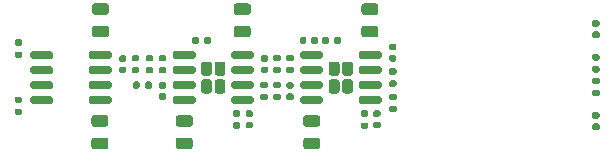
<source format=gbr>
%TF.GenerationSoftware,KiCad,Pcbnew,(5.1.8)-1*%
%TF.CreationDate,2021-10-07T20:49:06+08:00*%
%TF.ProjectId,Amplifier,416d706c-6966-4696-9572-2e6b69636164,rev?*%
%TF.SameCoordinates,Original*%
%TF.FileFunction,Paste,Top*%
%TF.FilePolarity,Positive*%
%FSLAX46Y46*%
G04 Gerber Fmt 4.6, Leading zero omitted, Abs format (unit mm)*
G04 Created by KiCad (PCBNEW (5.1.8)-1) date 2021-10-07 20:49:06*
%MOMM*%
%LPD*%
G01*
G04 APERTURE LIST*
G04 APERTURE END LIST*
%TO.C,R22*%
G36*
G01*
X129905000Y-100540000D02*
X130275000Y-100540000D01*
G75*
G02*
X130410000Y-100675000I0J-135000D01*
G01*
X130410000Y-100945000D01*
G75*
G02*
X130275000Y-101080000I-135000J0D01*
G01*
X129905000Y-101080000D01*
G75*
G02*
X129770000Y-100945000I0J135000D01*
G01*
X129770000Y-100675000D01*
G75*
G02*
X129905000Y-100540000I135000J0D01*
G01*
G37*
G36*
G01*
X129905000Y-99520000D02*
X130275000Y-99520000D01*
G75*
G02*
X130410000Y-99655000I0J-135000D01*
G01*
X130410000Y-99925000D01*
G75*
G02*
X130275000Y-100060000I-135000J0D01*
G01*
X129905000Y-100060000D01*
G75*
G02*
X129770000Y-99925000I0J135000D01*
G01*
X129770000Y-99655000D01*
G75*
G02*
X129905000Y-99520000I135000J0D01*
G01*
G37*
%TD*%
%TO.C,R21*%
G36*
G01*
X129905000Y-98545000D02*
X130275000Y-98545000D01*
G75*
G02*
X130410000Y-98680000I0J-135000D01*
G01*
X130410000Y-98950000D01*
G75*
G02*
X130275000Y-99085000I-135000J0D01*
G01*
X129905000Y-99085000D01*
G75*
G02*
X129770000Y-98950000I0J135000D01*
G01*
X129770000Y-98680000D01*
G75*
G02*
X129905000Y-98545000I135000J0D01*
G01*
G37*
G36*
G01*
X129905000Y-97525000D02*
X130275000Y-97525000D01*
G75*
G02*
X130410000Y-97660000I0J-135000D01*
G01*
X130410000Y-97930000D01*
G75*
G02*
X130275000Y-98065000I-135000J0D01*
G01*
X129905000Y-98065000D01*
G75*
G02*
X129770000Y-97930000I0J135000D01*
G01*
X129770000Y-97660000D01*
G75*
G02*
X129905000Y-97525000I135000J0D01*
G01*
G37*
%TD*%
%TO.C,D2*%
G36*
G01*
X130262500Y-103010000D02*
X129917500Y-103010000D01*
G75*
G02*
X129770000Y-102862500I0J147500D01*
G01*
X129770000Y-102567500D01*
G75*
G02*
X129917500Y-102420000I147500J0D01*
G01*
X130262500Y-102420000D01*
G75*
G02*
X130410000Y-102567500I0J-147500D01*
G01*
X130410000Y-102862500D01*
G75*
G02*
X130262500Y-103010000I-147500J0D01*
G01*
G37*
G36*
G01*
X130262500Y-103980000D02*
X129917500Y-103980000D01*
G75*
G02*
X129770000Y-103832500I0J147500D01*
G01*
X129770000Y-103537500D01*
G75*
G02*
X129917500Y-103390000I147500J0D01*
G01*
X130262500Y-103390000D01*
G75*
G02*
X130410000Y-103537500I0J-147500D01*
G01*
X130410000Y-103832500D01*
G75*
G02*
X130262500Y-103980000I-147500J0D01*
G01*
G37*
%TD*%
%TO.C,D1*%
G36*
G01*
X130262500Y-95210000D02*
X129917500Y-95210000D01*
G75*
G02*
X129770000Y-95062500I0J147500D01*
G01*
X129770000Y-94767500D01*
G75*
G02*
X129917500Y-94620000I147500J0D01*
G01*
X130262500Y-94620000D01*
G75*
G02*
X130410000Y-94767500I0J-147500D01*
G01*
X130410000Y-95062500D01*
G75*
G02*
X130262500Y-95210000I-147500J0D01*
G01*
G37*
G36*
G01*
X130262500Y-96180000D02*
X129917500Y-96180000D01*
G75*
G02*
X129770000Y-96032500I0J147500D01*
G01*
X129770000Y-95737500D01*
G75*
G02*
X129917500Y-95590000I147500J0D01*
G01*
X130262500Y-95590000D01*
G75*
G02*
X130410000Y-95737500I0J-147500D01*
G01*
X130410000Y-96032500D01*
G75*
G02*
X130262500Y-96180000I-147500J0D01*
G01*
G37*
%TD*%
%TO.C,R20*%
G36*
G01*
X112735000Y-101910000D02*
X113105000Y-101910000D01*
G75*
G02*
X113240000Y-102045000I0J-135000D01*
G01*
X113240000Y-102315000D01*
G75*
G02*
X113105000Y-102450000I-135000J0D01*
G01*
X112735000Y-102450000D01*
G75*
G02*
X112600000Y-102315000I0J135000D01*
G01*
X112600000Y-102045000D01*
G75*
G02*
X112735000Y-101910000I135000J0D01*
G01*
G37*
G36*
G01*
X112735000Y-100890000D02*
X113105000Y-100890000D01*
G75*
G02*
X113240000Y-101025000I0J-135000D01*
G01*
X113240000Y-101295000D01*
G75*
G02*
X113105000Y-101430000I-135000J0D01*
G01*
X112735000Y-101430000D01*
G75*
G02*
X112600000Y-101295000I0J135000D01*
G01*
X112600000Y-101025000D01*
G75*
G02*
X112735000Y-100890000I135000J0D01*
G01*
G37*
%TD*%
%TO.C,R19*%
G36*
G01*
X112715000Y-99740000D02*
X113085000Y-99740000D01*
G75*
G02*
X113220000Y-99875000I0J-135000D01*
G01*
X113220000Y-100145000D01*
G75*
G02*
X113085000Y-100280000I-135000J0D01*
G01*
X112715000Y-100280000D01*
G75*
G02*
X112580000Y-100145000I0J135000D01*
G01*
X112580000Y-99875000D01*
G75*
G02*
X112715000Y-99740000I135000J0D01*
G01*
G37*
G36*
G01*
X112715000Y-98720000D02*
X113085000Y-98720000D01*
G75*
G02*
X113220000Y-98855000I0J-135000D01*
G01*
X113220000Y-99125000D01*
G75*
G02*
X113085000Y-99260000I-135000J0D01*
G01*
X112715000Y-99260000D01*
G75*
G02*
X112580000Y-99125000I0J135000D01*
G01*
X112580000Y-98855000D01*
G75*
G02*
X112715000Y-98720000I135000J0D01*
G01*
G37*
%TD*%
%TO.C,R18*%
G36*
G01*
X110685000Y-102830000D02*
X110315000Y-102830000D01*
G75*
G02*
X110180000Y-102695000I0J135000D01*
G01*
X110180000Y-102425000D01*
G75*
G02*
X110315000Y-102290000I135000J0D01*
G01*
X110685000Y-102290000D01*
G75*
G02*
X110820000Y-102425000I0J-135000D01*
G01*
X110820000Y-102695000D01*
G75*
G02*
X110685000Y-102830000I-135000J0D01*
G01*
G37*
G36*
G01*
X110685000Y-103850000D02*
X110315000Y-103850000D01*
G75*
G02*
X110180000Y-103715000I0J135000D01*
G01*
X110180000Y-103445000D01*
G75*
G02*
X110315000Y-103310000I135000J0D01*
G01*
X110685000Y-103310000D01*
G75*
G02*
X110820000Y-103445000I0J-135000D01*
G01*
X110820000Y-103715000D01*
G75*
G02*
X110685000Y-103850000I-135000J0D01*
G01*
G37*
%TD*%
%TO.C,R17*%
G36*
G01*
X107950000Y-96545000D02*
X107950000Y-96175000D01*
G75*
G02*
X108085000Y-96040000I135000J0D01*
G01*
X108355000Y-96040000D01*
G75*
G02*
X108490000Y-96175000I0J-135000D01*
G01*
X108490000Y-96545000D01*
G75*
G02*
X108355000Y-96680000I-135000J0D01*
G01*
X108085000Y-96680000D01*
G75*
G02*
X107950000Y-96545000I0J135000D01*
G01*
G37*
G36*
G01*
X106930000Y-96545000D02*
X106930000Y-96175000D01*
G75*
G02*
X107065000Y-96040000I135000J0D01*
G01*
X107335000Y-96040000D01*
G75*
G02*
X107470000Y-96175000I0J-135000D01*
G01*
X107470000Y-96545000D01*
G75*
G02*
X107335000Y-96680000I-135000J0D01*
G01*
X107065000Y-96680000D01*
G75*
G02*
X106930000Y-96545000I0J135000D01*
G01*
G37*
%TD*%
%TO.C,R16*%
G36*
G01*
X103285000Y-98130000D02*
X102915000Y-98130000D01*
G75*
G02*
X102780000Y-97995000I0J135000D01*
G01*
X102780000Y-97725000D01*
G75*
G02*
X102915000Y-97590000I135000J0D01*
G01*
X103285000Y-97590000D01*
G75*
G02*
X103420000Y-97725000I0J-135000D01*
G01*
X103420000Y-97995000D01*
G75*
G02*
X103285000Y-98130000I-135000J0D01*
G01*
G37*
G36*
G01*
X103285000Y-99150000D02*
X102915000Y-99150000D01*
G75*
G02*
X102780000Y-99015000I0J135000D01*
G01*
X102780000Y-98745000D01*
G75*
G02*
X102915000Y-98610000I135000J0D01*
G01*
X103285000Y-98610000D01*
G75*
G02*
X103420000Y-98745000I0J-135000D01*
G01*
X103420000Y-99015000D01*
G75*
G02*
X103285000Y-99150000I-135000J0D01*
G01*
G37*
%TD*%
%TO.C,R15*%
G36*
G01*
X104015000Y-98610000D02*
X104385000Y-98610000D01*
G75*
G02*
X104520000Y-98745000I0J-135000D01*
G01*
X104520000Y-99015000D01*
G75*
G02*
X104385000Y-99150000I-135000J0D01*
G01*
X104015000Y-99150000D01*
G75*
G02*
X103880000Y-99015000I0J135000D01*
G01*
X103880000Y-98745000D01*
G75*
G02*
X104015000Y-98610000I135000J0D01*
G01*
G37*
G36*
G01*
X104015000Y-97590000D02*
X104385000Y-97590000D01*
G75*
G02*
X104520000Y-97725000I0J-135000D01*
G01*
X104520000Y-97995000D01*
G75*
G02*
X104385000Y-98130000I-135000J0D01*
G01*
X104015000Y-98130000D01*
G75*
G02*
X103880000Y-97995000I0J135000D01*
G01*
X103880000Y-97725000D01*
G75*
G02*
X104015000Y-97590000I135000J0D01*
G01*
G37*
%TD*%
%TO.C,R14*%
G36*
G01*
X103285000Y-100410000D02*
X102915000Y-100410000D01*
G75*
G02*
X102780000Y-100275000I0J135000D01*
G01*
X102780000Y-100005000D01*
G75*
G02*
X102915000Y-99870000I135000J0D01*
G01*
X103285000Y-99870000D01*
G75*
G02*
X103420000Y-100005000I0J-135000D01*
G01*
X103420000Y-100275000D01*
G75*
G02*
X103285000Y-100410000I-135000J0D01*
G01*
G37*
G36*
G01*
X103285000Y-101430000D02*
X102915000Y-101430000D01*
G75*
G02*
X102780000Y-101295000I0J135000D01*
G01*
X102780000Y-101025000D01*
G75*
G02*
X102915000Y-100890000I135000J0D01*
G01*
X103285000Y-100890000D01*
G75*
G02*
X103420000Y-101025000I0J-135000D01*
G01*
X103420000Y-101295000D01*
G75*
G02*
X103285000Y-101430000I-135000J0D01*
G01*
G37*
%TD*%
%TO.C,R13*%
G36*
G01*
X101815000Y-100890000D02*
X102185000Y-100890000D01*
G75*
G02*
X102320000Y-101025000I0J-135000D01*
G01*
X102320000Y-101295000D01*
G75*
G02*
X102185000Y-101430000I-135000J0D01*
G01*
X101815000Y-101430000D01*
G75*
G02*
X101680000Y-101295000I0J135000D01*
G01*
X101680000Y-101025000D01*
G75*
G02*
X101815000Y-100890000I135000J0D01*
G01*
G37*
G36*
G01*
X101815000Y-99870000D02*
X102185000Y-99870000D01*
G75*
G02*
X102320000Y-100005000I0J-135000D01*
G01*
X102320000Y-100275000D01*
G75*
G02*
X102185000Y-100410000I-135000J0D01*
G01*
X101815000Y-100410000D01*
G75*
G02*
X101680000Y-100275000I0J135000D01*
G01*
X101680000Y-100005000D01*
G75*
G02*
X101815000Y-99870000I135000J0D01*
G01*
G37*
%TD*%
%TO.C,R12*%
G36*
G01*
X99845000Y-102810000D02*
X99475000Y-102810000D01*
G75*
G02*
X99340000Y-102675000I0J135000D01*
G01*
X99340000Y-102405000D01*
G75*
G02*
X99475000Y-102270000I135000J0D01*
G01*
X99845000Y-102270000D01*
G75*
G02*
X99980000Y-102405000I0J-135000D01*
G01*
X99980000Y-102675000D01*
G75*
G02*
X99845000Y-102810000I-135000J0D01*
G01*
G37*
G36*
G01*
X99845000Y-103830000D02*
X99475000Y-103830000D01*
G75*
G02*
X99340000Y-103695000I0J135000D01*
G01*
X99340000Y-103425000D01*
G75*
G02*
X99475000Y-103290000I135000J0D01*
G01*
X99845000Y-103290000D01*
G75*
G02*
X99980000Y-103425000I0J-135000D01*
G01*
X99980000Y-103695000D01*
G75*
G02*
X99845000Y-103830000I-135000J0D01*
G01*
G37*
%TD*%
%TO.C,R11*%
G36*
G01*
X96950000Y-96565000D02*
X96950000Y-96195000D01*
G75*
G02*
X97085000Y-96060000I135000J0D01*
G01*
X97355000Y-96060000D01*
G75*
G02*
X97490000Y-96195000I0J-135000D01*
G01*
X97490000Y-96565000D01*
G75*
G02*
X97355000Y-96700000I-135000J0D01*
G01*
X97085000Y-96700000D01*
G75*
G02*
X96950000Y-96565000I0J135000D01*
G01*
G37*
G36*
G01*
X95930000Y-96565000D02*
X95930000Y-96195000D01*
G75*
G02*
X96065000Y-96060000I135000J0D01*
G01*
X96335000Y-96060000D01*
G75*
G02*
X96470000Y-96195000I0J-135000D01*
G01*
X96470000Y-96565000D01*
G75*
G02*
X96335000Y-96700000I-135000J0D01*
G01*
X96065000Y-96700000D01*
G75*
G02*
X95930000Y-96565000I0J135000D01*
G01*
G37*
%TD*%
%TO.C,R10*%
G36*
G01*
X92485000Y-98130000D02*
X92115000Y-98130000D01*
G75*
G02*
X91980000Y-97995000I0J135000D01*
G01*
X91980000Y-97725000D01*
G75*
G02*
X92115000Y-97590000I135000J0D01*
G01*
X92485000Y-97590000D01*
G75*
G02*
X92620000Y-97725000I0J-135000D01*
G01*
X92620000Y-97995000D01*
G75*
G02*
X92485000Y-98130000I-135000J0D01*
G01*
G37*
G36*
G01*
X92485000Y-99150000D02*
X92115000Y-99150000D01*
G75*
G02*
X91980000Y-99015000I0J135000D01*
G01*
X91980000Y-98745000D01*
G75*
G02*
X92115000Y-98610000I135000J0D01*
G01*
X92485000Y-98610000D01*
G75*
G02*
X92620000Y-98745000I0J-135000D01*
G01*
X92620000Y-99015000D01*
G75*
G02*
X92485000Y-99150000I-135000J0D01*
G01*
G37*
%TD*%
%TO.C,R9*%
G36*
G01*
X93215000Y-98610000D02*
X93585000Y-98610000D01*
G75*
G02*
X93720000Y-98745000I0J-135000D01*
G01*
X93720000Y-99015000D01*
G75*
G02*
X93585000Y-99150000I-135000J0D01*
G01*
X93215000Y-99150000D01*
G75*
G02*
X93080000Y-99015000I0J135000D01*
G01*
X93080000Y-98745000D01*
G75*
G02*
X93215000Y-98610000I135000J0D01*
G01*
G37*
G36*
G01*
X93215000Y-97590000D02*
X93585000Y-97590000D01*
G75*
G02*
X93720000Y-97725000I0J-135000D01*
G01*
X93720000Y-97995000D01*
G75*
G02*
X93585000Y-98130000I-135000J0D01*
G01*
X93215000Y-98130000D01*
G75*
G02*
X93080000Y-97995000I0J135000D01*
G01*
X93080000Y-97725000D01*
G75*
G02*
X93215000Y-97590000I135000J0D01*
G01*
G37*
%TD*%
%TO.C,R8*%
G36*
G01*
X91460000Y-99965000D02*
X91460000Y-100335000D01*
G75*
G02*
X91325000Y-100470000I-135000J0D01*
G01*
X91055000Y-100470000D01*
G75*
G02*
X90920000Y-100335000I0J135000D01*
G01*
X90920000Y-99965000D01*
G75*
G02*
X91055000Y-99830000I135000J0D01*
G01*
X91325000Y-99830000D01*
G75*
G02*
X91460000Y-99965000I0J-135000D01*
G01*
G37*
G36*
G01*
X92480000Y-99965000D02*
X92480000Y-100335000D01*
G75*
G02*
X92345000Y-100470000I-135000J0D01*
G01*
X92075000Y-100470000D01*
G75*
G02*
X91940000Y-100335000I0J135000D01*
G01*
X91940000Y-99965000D01*
G75*
G02*
X92075000Y-99830000I135000J0D01*
G01*
X92345000Y-99830000D01*
G75*
G02*
X92480000Y-99965000I0J-135000D01*
G01*
G37*
%TD*%
%TO.C,R7*%
G36*
G01*
X91285000Y-98130000D02*
X90915000Y-98130000D01*
G75*
G02*
X90780000Y-97995000I0J135000D01*
G01*
X90780000Y-97725000D01*
G75*
G02*
X90915000Y-97590000I135000J0D01*
G01*
X91285000Y-97590000D01*
G75*
G02*
X91420000Y-97725000I0J-135000D01*
G01*
X91420000Y-97995000D01*
G75*
G02*
X91285000Y-98130000I-135000J0D01*
G01*
G37*
G36*
G01*
X91285000Y-99150000D02*
X90915000Y-99150000D01*
G75*
G02*
X90780000Y-99015000I0J135000D01*
G01*
X90780000Y-98745000D01*
G75*
G02*
X90915000Y-98610000I135000J0D01*
G01*
X91285000Y-98610000D01*
G75*
G02*
X91420000Y-98745000I0J-135000D01*
G01*
X91420000Y-99015000D01*
G75*
G02*
X91285000Y-99150000I-135000J0D01*
G01*
G37*
%TD*%
%TO.C,R6*%
G36*
G01*
X81015000Y-97300000D02*
X81385000Y-97300000D01*
G75*
G02*
X81520000Y-97435000I0J-135000D01*
G01*
X81520000Y-97705000D01*
G75*
G02*
X81385000Y-97840000I-135000J0D01*
G01*
X81015000Y-97840000D01*
G75*
G02*
X80880000Y-97705000I0J135000D01*
G01*
X80880000Y-97435000D01*
G75*
G02*
X81015000Y-97300000I135000J0D01*
G01*
G37*
G36*
G01*
X81015000Y-96280000D02*
X81385000Y-96280000D01*
G75*
G02*
X81520000Y-96415000I0J-135000D01*
G01*
X81520000Y-96685000D01*
G75*
G02*
X81385000Y-96820000I-135000J0D01*
G01*
X81015000Y-96820000D01*
G75*
G02*
X80880000Y-96685000I0J135000D01*
G01*
X80880000Y-96415000D01*
G75*
G02*
X81015000Y-96280000I135000J0D01*
G01*
G37*
%TD*%
%TO.C,R5*%
G36*
G01*
X81015000Y-102140000D02*
X81385000Y-102140000D01*
G75*
G02*
X81520000Y-102275000I0J-135000D01*
G01*
X81520000Y-102545000D01*
G75*
G02*
X81385000Y-102680000I-135000J0D01*
G01*
X81015000Y-102680000D01*
G75*
G02*
X80880000Y-102545000I0J135000D01*
G01*
X80880000Y-102275000D01*
G75*
G02*
X81015000Y-102140000I135000J0D01*
G01*
G37*
G36*
G01*
X81015000Y-101120000D02*
X81385000Y-101120000D01*
G75*
G02*
X81520000Y-101255000I0J-135000D01*
G01*
X81520000Y-101525000D01*
G75*
G02*
X81385000Y-101660000I-135000J0D01*
G01*
X81015000Y-101660000D01*
G75*
G02*
X80880000Y-101525000I0J135000D01*
G01*
X80880000Y-101255000D01*
G75*
G02*
X81015000Y-101120000I135000J0D01*
G01*
G37*
%TD*%
%TO.C,C20*%
G36*
G01*
X111380000Y-103250000D02*
X111720000Y-103250000D01*
G75*
G02*
X111860000Y-103390000I0J-140000D01*
G01*
X111860000Y-103670000D01*
G75*
G02*
X111720000Y-103810000I-140000J0D01*
G01*
X111380000Y-103810000D01*
G75*
G02*
X111240000Y-103670000I0J140000D01*
G01*
X111240000Y-103390000D01*
G75*
G02*
X111380000Y-103250000I140000J0D01*
G01*
G37*
G36*
G01*
X111380000Y-102290000D02*
X111720000Y-102290000D01*
G75*
G02*
X111860000Y-102430000I0J-140000D01*
G01*
X111860000Y-102710000D01*
G75*
G02*
X111720000Y-102850000I-140000J0D01*
G01*
X111380000Y-102850000D01*
G75*
G02*
X111240000Y-102710000I0J140000D01*
G01*
X111240000Y-102430000D01*
G75*
G02*
X111380000Y-102290000I140000J0D01*
G01*
G37*
%TD*%
%TO.C,C19*%
G36*
G01*
X112730000Y-97600000D02*
X113070000Y-97600000D01*
G75*
G02*
X113210000Y-97740000I0J-140000D01*
G01*
X113210000Y-98020000D01*
G75*
G02*
X113070000Y-98160000I-140000J0D01*
G01*
X112730000Y-98160000D01*
G75*
G02*
X112590000Y-98020000I0J140000D01*
G01*
X112590000Y-97740000D01*
G75*
G02*
X112730000Y-97600000I140000J0D01*
G01*
G37*
G36*
G01*
X112730000Y-96640000D02*
X113070000Y-96640000D01*
G75*
G02*
X113210000Y-96780000I0J-140000D01*
G01*
X113210000Y-97060000D01*
G75*
G02*
X113070000Y-97200000I-140000J0D01*
G01*
X112730000Y-97200000D01*
G75*
G02*
X112590000Y-97060000I0J140000D01*
G01*
X112590000Y-96780000D01*
G75*
G02*
X112730000Y-96640000I140000J0D01*
G01*
G37*
%TD*%
%TO.C,C16*%
G36*
G01*
X104030000Y-100850000D02*
X104370000Y-100850000D01*
G75*
G02*
X104510000Y-100990000I0J-140000D01*
G01*
X104510000Y-101270000D01*
G75*
G02*
X104370000Y-101410000I-140000J0D01*
G01*
X104030000Y-101410000D01*
G75*
G02*
X103890000Y-101270000I0J140000D01*
G01*
X103890000Y-100990000D01*
G75*
G02*
X104030000Y-100850000I140000J0D01*
G01*
G37*
G36*
G01*
X104030000Y-99890000D02*
X104370000Y-99890000D01*
G75*
G02*
X104510000Y-100030000I0J-140000D01*
G01*
X104510000Y-100310000D01*
G75*
G02*
X104370000Y-100450000I-140000J0D01*
G01*
X104030000Y-100450000D01*
G75*
G02*
X103890000Y-100310000I0J140000D01*
G01*
X103890000Y-100030000D01*
G75*
G02*
X104030000Y-99890000I140000J0D01*
G01*
G37*
%TD*%
%TO.C,C15*%
G36*
G01*
X105990000Y-96530000D02*
X105990000Y-96190000D01*
G75*
G02*
X106130000Y-96050000I140000J0D01*
G01*
X106410000Y-96050000D01*
G75*
G02*
X106550000Y-96190000I0J-140000D01*
G01*
X106550000Y-96530000D01*
G75*
G02*
X106410000Y-96670000I-140000J0D01*
G01*
X106130000Y-96670000D01*
G75*
G02*
X105990000Y-96530000I0J140000D01*
G01*
G37*
G36*
G01*
X105030000Y-96530000D02*
X105030000Y-96190000D01*
G75*
G02*
X105170000Y-96050000I140000J0D01*
G01*
X105450000Y-96050000D01*
G75*
G02*
X105590000Y-96190000I0J-140000D01*
G01*
X105590000Y-96530000D01*
G75*
G02*
X105450000Y-96670000I-140000J0D01*
G01*
X105170000Y-96670000D01*
G75*
G02*
X105030000Y-96530000I0J140000D01*
G01*
G37*
%TD*%
%TO.C,C14*%
G36*
G01*
X101880000Y-98570000D02*
X102220000Y-98570000D01*
G75*
G02*
X102360000Y-98710000I0J-140000D01*
G01*
X102360000Y-98990000D01*
G75*
G02*
X102220000Y-99130000I-140000J0D01*
G01*
X101880000Y-99130000D01*
G75*
G02*
X101740000Y-98990000I0J140000D01*
G01*
X101740000Y-98710000D01*
G75*
G02*
X101880000Y-98570000I140000J0D01*
G01*
G37*
G36*
G01*
X101880000Y-97610000D02*
X102220000Y-97610000D01*
G75*
G02*
X102360000Y-97750000I0J-140000D01*
G01*
X102360000Y-98030000D01*
G75*
G02*
X102220000Y-98170000I-140000J0D01*
G01*
X101880000Y-98170000D01*
G75*
G02*
X101740000Y-98030000I0J140000D01*
G01*
X101740000Y-97750000D01*
G75*
G02*
X101880000Y-97610000I140000J0D01*
G01*
G37*
%TD*%
%TO.C,C13*%
G36*
G01*
X90210000Y-98170000D02*
X89870000Y-98170000D01*
G75*
G02*
X89730000Y-98030000I0J140000D01*
G01*
X89730000Y-97750000D01*
G75*
G02*
X89870000Y-97610000I140000J0D01*
G01*
X90210000Y-97610000D01*
G75*
G02*
X90350000Y-97750000I0J-140000D01*
G01*
X90350000Y-98030000D01*
G75*
G02*
X90210000Y-98170000I-140000J0D01*
G01*
G37*
G36*
G01*
X90210000Y-99130000D02*
X89870000Y-99130000D01*
G75*
G02*
X89730000Y-98990000I0J140000D01*
G01*
X89730000Y-98710000D01*
G75*
G02*
X89870000Y-98570000I140000J0D01*
G01*
X90210000Y-98570000D01*
G75*
G02*
X90350000Y-98710000I0J-140000D01*
G01*
X90350000Y-98990000D01*
G75*
G02*
X90210000Y-99130000I-140000J0D01*
G01*
G37*
%TD*%
%TO.C,C12*%
G36*
G01*
X100580000Y-103250000D02*
X100920000Y-103250000D01*
G75*
G02*
X101060000Y-103390000I0J-140000D01*
G01*
X101060000Y-103670000D01*
G75*
G02*
X100920000Y-103810000I-140000J0D01*
G01*
X100580000Y-103810000D01*
G75*
G02*
X100440000Y-103670000I0J140000D01*
G01*
X100440000Y-103390000D01*
G75*
G02*
X100580000Y-103250000I140000J0D01*
G01*
G37*
G36*
G01*
X100580000Y-102290000D02*
X100920000Y-102290000D01*
G75*
G02*
X101060000Y-102430000I0J-140000D01*
G01*
X101060000Y-102710000D01*
G75*
G02*
X100920000Y-102850000I-140000J0D01*
G01*
X100580000Y-102850000D01*
G75*
G02*
X100440000Y-102710000I0J140000D01*
G01*
X100440000Y-102430000D01*
G75*
G02*
X100580000Y-102290000I140000J0D01*
G01*
G37*
%TD*%
%TO.C,C11*%
G36*
G01*
X93230000Y-100850000D02*
X93570000Y-100850000D01*
G75*
G02*
X93710000Y-100990000I0J-140000D01*
G01*
X93710000Y-101270000D01*
G75*
G02*
X93570000Y-101410000I-140000J0D01*
G01*
X93230000Y-101410000D01*
G75*
G02*
X93090000Y-101270000I0J140000D01*
G01*
X93090000Y-100990000D01*
G75*
G02*
X93230000Y-100850000I140000J0D01*
G01*
G37*
G36*
G01*
X93230000Y-99890000D02*
X93570000Y-99890000D01*
G75*
G02*
X93710000Y-100030000I0J-140000D01*
G01*
X93710000Y-100310000D01*
G75*
G02*
X93570000Y-100450000I-140000J0D01*
G01*
X93230000Y-100450000D01*
G75*
G02*
X93090000Y-100310000I0J140000D01*
G01*
X93090000Y-100030000D01*
G75*
G02*
X93230000Y-99890000I140000J0D01*
G01*
G37*
%TD*%
%TO.C,C22*%
G36*
G01*
X94765000Y-104580000D02*
X95715000Y-104580000D01*
G75*
G02*
X95965000Y-104830000I0J-250000D01*
G01*
X95965000Y-105330000D01*
G75*
G02*
X95715000Y-105580000I-250000J0D01*
G01*
X94765000Y-105580000D01*
G75*
G02*
X94515000Y-105330000I0J250000D01*
G01*
X94515000Y-104830000D01*
G75*
G02*
X94765000Y-104580000I250000J0D01*
G01*
G37*
G36*
G01*
X94765000Y-102680000D02*
X95715000Y-102680000D01*
G75*
G02*
X95965000Y-102930000I0J-250000D01*
G01*
X95965000Y-103430000D01*
G75*
G02*
X95715000Y-103680000I-250000J0D01*
G01*
X94765000Y-103680000D01*
G75*
G02*
X94515000Y-103430000I0J250000D01*
G01*
X94515000Y-102930000D01*
G75*
G02*
X94765000Y-102680000I250000J0D01*
G01*
G37*
%TD*%
%TO.C,C21*%
G36*
G01*
X99675000Y-95110000D02*
X100625000Y-95110000D01*
G75*
G02*
X100875000Y-95360000I0J-250000D01*
G01*
X100875000Y-95860000D01*
G75*
G02*
X100625000Y-96110000I-250000J0D01*
G01*
X99675000Y-96110000D01*
G75*
G02*
X99425000Y-95860000I0J250000D01*
G01*
X99425000Y-95360000D01*
G75*
G02*
X99675000Y-95110000I250000J0D01*
G01*
G37*
G36*
G01*
X99675000Y-93210000D02*
X100625000Y-93210000D01*
G75*
G02*
X100875000Y-93460000I0J-250000D01*
G01*
X100875000Y-93960000D01*
G75*
G02*
X100625000Y-94210000I-250000J0D01*
G01*
X99675000Y-94210000D01*
G75*
G02*
X99425000Y-93960000I0J250000D01*
G01*
X99425000Y-93460000D01*
G75*
G02*
X99675000Y-93210000I250000J0D01*
G01*
G37*
%TD*%
%TO.C,C18*%
G36*
G01*
X105555000Y-104580000D02*
X106505000Y-104580000D01*
G75*
G02*
X106755000Y-104830000I0J-250000D01*
G01*
X106755000Y-105330000D01*
G75*
G02*
X106505000Y-105580000I-250000J0D01*
G01*
X105555000Y-105580000D01*
G75*
G02*
X105305000Y-105330000I0J250000D01*
G01*
X105305000Y-104830000D01*
G75*
G02*
X105555000Y-104580000I250000J0D01*
G01*
G37*
G36*
G01*
X105555000Y-102680000D02*
X106505000Y-102680000D01*
G75*
G02*
X106755000Y-102930000I0J-250000D01*
G01*
X106755000Y-103430000D01*
G75*
G02*
X106505000Y-103680000I-250000J0D01*
G01*
X105555000Y-103680000D01*
G75*
G02*
X105305000Y-103430000I0J250000D01*
G01*
X105305000Y-102930000D01*
G75*
G02*
X105555000Y-102680000I250000J0D01*
G01*
G37*
%TD*%
%TO.C,C17*%
G36*
G01*
X110485000Y-95110000D02*
X111435000Y-95110000D01*
G75*
G02*
X111685000Y-95360000I0J-250000D01*
G01*
X111685000Y-95860000D01*
G75*
G02*
X111435000Y-96110000I-250000J0D01*
G01*
X110485000Y-96110000D01*
G75*
G02*
X110235000Y-95860000I0J250000D01*
G01*
X110235000Y-95360000D01*
G75*
G02*
X110485000Y-95110000I250000J0D01*
G01*
G37*
G36*
G01*
X110485000Y-93210000D02*
X111435000Y-93210000D01*
G75*
G02*
X111685000Y-93460000I0J-250000D01*
G01*
X111685000Y-93960000D01*
G75*
G02*
X111435000Y-94210000I-250000J0D01*
G01*
X110485000Y-94210000D01*
G75*
G02*
X110235000Y-93960000I0J250000D01*
G01*
X110235000Y-93460000D01*
G75*
G02*
X110485000Y-93210000I250000J0D01*
G01*
G37*
%TD*%
%TO.C,C10*%
G36*
G01*
X88575000Y-103680000D02*
X87625000Y-103680000D01*
G75*
G02*
X87375000Y-103430000I0J250000D01*
G01*
X87375000Y-102930000D01*
G75*
G02*
X87625000Y-102680000I250000J0D01*
G01*
X88575000Y-102680000D01*
G75*
G02*
X88825000Y-102930000I0J-250000D01*
G01*
X88825000Y-103430000D01*
G75*
G02*
X88575000Y-103680000I-250000J0D01*
G01*
G37*
G36*
G01*
X88575000Y-105580000D02*
X87625000Y-105580000D01*
G75*
G02*
X87375000Y-105330000I0J250000D01*
G01*
X87375000Y-104830000D01*
G75*
G02*
X87625000Y-104580000I250000J0D01*
G01*
X88575000Y-104580000D01*
G75*
G02*
X88825000Y-104830000I0J-250000D01*
G01*
X88825000Y-105330000D01*
G75*
G02*
X88575000Y-105580000I-250000J0D01*
G01*
G37*
%TD*%
%TO.C,C9*%
G36*
G01*
X88625000Y-94210000D02*
X87675000Y-94210000D01*
G75*
G02*
X87425000Y-93960000I0J250000D01*
G01*
X87425000Y-93460000D01*
G75*
G02*
X87675000Y-93210000I250000J0D01*
G01*
X88625000Y-93210000D01*
G75*
G02*
X88875000Y-93460000I0J-250000D01*
G01*
X88875000Y-93960000D01*
G75*
G02*
X88625000Y-94210000I-250000J0D01*
G01*
G37*
G36*
G01*
X88625000Y-96110000D02*
X87675000Y-96110000D01*
G75*
G02*
X87425000Y-95860000I0J250000D01*
G01*
X87425000Y-95360000D01*
G75*
G02*
X87675000Y-95110000I250000J0D01*
G01*
X88625000Y-95110000D01*
G75*
G02*
X88875000Y-95360000I0J-250000D01*
G01*
X88875000Y-95860000D01*
G75*
G02*
X88625000Y-96110000I-250000J0D01*
G01*
G37*
%TD*%
%TO.C,U5*%
G36*
G01*
X108610000Y-100625000D02*
X108610000Y-99875000D01*
G75*
G02*
X108840000Y-99645000I230000J0D01*
G01*
X109300000Y-99645000D01*
G75*
G02*
X109530000Y-99875000I0J-230000D01*
G01*
X109530000Y-100625000D01*
G75*
G02*
X109300000Y-100855000I-230000J0D01*
G01*
X108840000Y-100855000D01*
G75*
G02*
X108610000Y-100625000I0J230000D01*
G01*
G37*
G36*
G01*
X108610000Y-99125000D02*
X108610000Y-98375000D01*
G75*
G02*
X108840000Y-98145000I230000J0D01*
G01*
X109300000Y-98145000D01*
G75*
G02*
X109530000Y-98375000I0J-230000D01*
G01*
X109530000Y-99125000D01*
G75*
G02*
X109300000Y-99355000I-230000J0D01*
G01*
X108840000Y-99355000D01*
G75*
G02*
X108610000Y-99125000I0J230000D01*
G01*
G37*
G36*
G01*
X107470000Y-100625000D02*
X107470000Y-99875000D01*
G75*
G02*
X107700000Y-99645000I230000J0D01*
G01*
X108160000Y-99645000D01*
G75*
G02*
X108390000Y-99875000I0J-230000D01*
G01*
X108390000Y-100625000D01*
G75*
G02*
X108160000Y-100855000I-230000J0D01*
G01*
X107700000Y-100855000D01*
G75*
G02*
X107470000Y-100625000I0J230000D01*
G01*
G37*
G36*
G01*
X107470000Y-99125000D02*
X107470000Y-98375000D01*
G75*
G02*
X107700000Y-98145000I230000J0D01*
G01*
X108160000Y-98145000D01*
G75*
G02*
X108390000Y-98375000I0J-230000D01*
G01*
X108390000Y-99125000D01*
G75*
G02*
X108160000Y-99355000I-230000J0D01*
G01*
X107700000Y-99355000D01*
G75*
G02*
X107470000Y-99125000I0J230000D01*
G01*
G37*
G36*
G01*
X110000000Y-97745000D02*
X110000000Y-97445000D01*
G75*
G02*
X110150000Y-97295000I150000J0D01*
G01*
X111800000Y-97295000D01*
G75*
G02*
X111950000Y-97445000I0J-150000D01*
G01*
X111950000Y-97745000D01*
G75*
G02*
X111800000Y-97895000I-150000J0D01*
G01*
X110150000Y-97895000D01*
G75*
G02*
X110000000Y-97745000I0J150000D01*
G01*
G37*
G36*
G01*
X110000000Y-99015000D02*
X110000000Y-98715000D01*
G75*
G02*
X110150000Y-98565000I150000J0D01*
G01*
X111800000Y-98565000D01*
G75*
G02*
X111950000Y-98715000I0J-150000D01*
G01*
X111950000Y-99015000D01*
G75*
G02*
X111800000Y-99165000I-150000J0D01*
G01*
X110150000Y-99165000D01*
G75*
G02*
X110000000Y-99015000I0J150000D01*
G01*
G37*
G36*
G01*
X110000000Y-100285000D02*
X110000000Y-99985000D01*
G75*
G02*
X110150000Y-99835000I150000J0D01*
G01*
X111800000Y-99835000D01*
G75*
G02*
X111950000Y-99985000I0J-150000D01*
G01*
X111950000Y-100285000D01*
G75*
G02*
X111800000Y-100435000I-150000J0D01*
G01*
X110150000Y-100435000D01*
G75*
G02*
X110000000Y-100285000I0J150000D01*
G01*
G37*
G36*
G01*
X110000000Y-101555000D02*
X110000000Y-101255000D01*
G75*
G02*
X110150000Y-101105000I150000J0D01*
G01*
X111800000Y-101105000D01*
G75*
G02*
X111950000Y-101255000I0J-150000D01*
G01*
X111950000Y-101555000D01*
G75*
G02*
X111800000Y-101705000I-150000J0D01*
G01*
X110150000Y-101705000D01*
G75*
G02*
X110000000Y-101555000I0J150000D01*
G01*
G37*
G36*
G01*
X105050000Y-101555000D02*
X105050000Y-101255000D01*
G75*
G02*
X105200000Y-101105000I150000J0D01*
G01*
X106850000Y-101105000D01*
G75*
G02*
X107000000Y-101255000I0J-150000D01*
G01*
X107000000Y-101555000D01*
G75*
G02*
X106850000Y-101705000I-150000J0D01*
G01*
X105200000Y-101705000D01*
G75*
G02*
X105050000Y-101555000I0J150000D01*
G01*
G37*
G36*
G01*
X105050000Y-100285000D02*
X105050000Y-99985000D01*
G75*
G02*
X105200000Y-99835000I150000J0D01*
G01*
X106850000Y-99835000D01*
G75*
G02*
X107000000Y-99985000I0J-150000D01*
G01*
X107000000Y-100285000D01*
G75*
G02*
X106850000Y-100435000I-150000J0D01*
G01*
X105200000Y-100435000D01*
G75*
G02*
X105050000Y-100285000I0J150000D01*
G01*
G37*
G36*
G01*
X105050000Y-99015000D02*
X105050000Y-98715000D01*
G75*
G02*
X105200000Y-98565000I150000J0D01*
G01*
X106850000Y-98565000D01*
G75*
G02*
X107000000Y-98715000I0J-150000D01*
G01*
X107000000Y-99015000D01*
G75*
G02*
X106850000Y-99165000I-150000J0D01*
G01*
X105200000Y-99165000D01*
G75*
G02*
X105050000Y-99015000I0J150000D01*
G01*
G37*
G36*
G01*
X105050000Y-97745000D02*
X105050000Y-97445000D01*
G75*
G02*
X105200000Y-97295000I150000J0D01*
G01*
X106850000Y-97295000D01*
G75*
G02*
X107000000Y-97445000I0J-150000D01*
G01*
X107000000Y-97745000D01*
G75*
G02*
X106850000Y-97895000I-150000J0D01*
G01*
X105200000Y-97895000D01*
G75*
G02*
X105050000Y-97745000I0J150000D01*
G01*
G37*
%TD*%
%TO.C,U4*%
G36*
G01*
X94250000Y-97745000D02*
X94250000Y-97445000D01*
G75*
G02*
X94400000Y-97295000I150000J0D01*
G01*
X96050000Y-97295000D01*
G75*
G02*
X96200000Y-97445000I0J-150000D01*
G01*
X96200000Y-97745000D01*
G75*
G02*
X96050000Y-97895000I-150000J0D01*
G01*
X94400000Y-97895000D01*
G75*
G02*
X94250000Y-97745000I0J150000D01*
G01*
G37*
G36*
G01*
X94250000Y-99015000D02*
X94250000Y-98715000D01*
G75*
G02*
X94400000Y-98565000I150000J0D01*
G01*
X96050000Y-98565000D01*
G75*
G02*
X96200000Y-98715000I0J-150000D01*
G01*
X96200000Y-99015000D01*
G75*
G02*
X96050000Y-99165000I-150000J0D01*
G01*
X94400000Y-99165000D01*
G75*
G02*
X94250000Y-99015000I0J150000D01*
G01*
G37*
G36*
G01*
X94250000Y-100285000D02*
X94250000Y-99985000D01*
G75*
G02*
X94400000Y-99835000I150000J0D01*
G01*
X96050000Y-99835000D01*
G75*
G02*
X96200000Y-99985000I0J-150000D01*
G01*
X96200000Y-100285000D01*
G75*
G02*
X96050000Y-100435000I-150000J0D01*
G01*
X94400000Y-100435000D01*
G75*
G02*
X94250000Y-100285000I0J150000D01*
G01*
G37*
G36*
G01*
X94250000Y-101555000D02*
X94250000Y-101255000D01*
G75*
G02*
X94400000Y-101105000I150000J0D01*
G01*
X96050000Y-101105000D01*
G75*
G02*
X96200000Y-101255000I0J-150000D01*
G01*
X96200000Y-101555000D01*
G75*
G02*
X96050000Y-101705000I-150000J0D01*
G01*
X94400000Y-101705000D01*
G75*
G02*
X94250000Y-101555000I0J150000D01*
G01*
G37*
G36*
G01*
X99200000Y-101555000D02*
X99200000Y-101255000D01*
G75*
G02*
X99350000Y-101105000I150000J0D01*
G01*
X101000000Y-101105000D01*
G75*
G02*
X101150000Y-101255000I0J-150000D01*
G01*
X101150000Y-101555000D01*
G75*
G02*
X101000000Y-101705000I-150000J0D01*
G01*
X99350000Y-101705000D01*
G75*
G02*
X99200000Y-101555000I0J150000D01*
G01*
G37*
G36*
G01*
X99200000Y-100285000D02*
X99200000Y-99985000D01*
G75*
G02*
X99350000Y-99835000I150000J0D01*
G01*
X101000000Y-99835000D01*
G75*
G02*
X101150000Y-99985000I0J-150000D01*
G01*
X101150000Y-100285000D01*
G75*
G02*
X101000000Y-100435000I-150000J0D01*
G01*
X99350000Y-100435000D01*
G75*
G02*
X99200000Y-100285000I0J150000D01*
G01*
G37*
G36*
G01*
X99200000Y-99015000D02*
X99200000Y-98715000D01*
G75*
G02*
X99350000Y-98565000I150000J0D01*
G01*
X101000000Y-98565000D01*
G75*
G02*
X101150000Y-98715000I0J-150000D01*
G01*
X101150000Y-99015000D01*
G75*
G02*
X101000000Y-99165000I-150000J0D01*
G01*
X99350000Y-99165000D01*
G75*
G02*
X99200000Y-99015000I0J150000D01*
G01*
G37*
G36*
G01*
X99200000Y-97745000D02*
X99200000Y-97445000D01*
G75*
G02*
X99350000Y-97295000I150000J0D01*
G01*
X101000000Y-97295000D01*
G75*
G02*
X101150000Y-97445000I0J-150000D01*
G01*
X101150000Y-97745000D01*
G75*
G02*
X101000000Y-97895000I-150000J0D01*
G01*
X99350000Y-97895000D01*
G75*
G02*
X99200000Y-97745000I0J150000D01*
G01*
G37*
G36*
G01*
X96670000Y-99125000D02*
X96670000Y-98375000D01*
G75*
G02*
X96900000Y-98145000I230000J0D01*
G01*
X97360000Y-98145000D01*
G75*
G02*
X97590000Y-98375000I0J-230000D01*
G01*
X97590000Y-99125000D01*
G75*
G02*
X97360000Y-99355000I-230000J0D01*
G01*
X96900000Y-99355000D01*
G75*
G02*
X96670000Y-99125000I0J230000D01*
G01*
G37*
G36*
G01*
X96670000Y-100625000D02*
X96670000Y-99875000D01*
G75*
G02*
X96900000Y-99645000I230000J0D01*
G01*
X97360000Y-99645000D01*
G75*
G02*
X97590000Y-99875000I0J-230000D01*
G01*
X97590000Y-100625000D01*
G75*
G02*
X97360000Y-100855000I-230000J0D01*
G01*
X96900000Y-100855000D01*
G75*
G02*
X96670000Y-100625000I0J230000D01*
G01*
G37*
G36*
G01*
X97810000Y-99125000D02*
X97810000Y-98375000D01*
G75*
G02*
X98040000Y-98145000I230000J0D01*
G01*
X98500000Y-98145000D01*
G75*
G02*
X98730000Y-98375000I0J-230000D01*
G01*
X98730000Y-99125000D01*
G75*
G02*
X98500000Y-99355000I-230000J0D01*
G01*
X98040000Y-99355000D01*
G75*
G02*
X97810000Y-99125000I0J230000D01*
G01*
G37*
G36*
G01*
X97810000Y-100625000D02*
X97810000Y-99875000D01*
G75*
G02*
X98040000Y-99645000I230000J0D01*
G01*
X98500000Y-99645000D01*
G75*
G02*
X98730000Y-99875000I0J-230000D01*
G01*
X98730000Y-100625000D01*
G75*
G02*
X98500000Y-100855000I-230000J0D01*
G01*
X98040000Y-100855000D01*
G75*
G02*
X97810000Y-100625000I0J230000D01*
G01*
G37*
%TD*%
%TO.C,U3*%
G36*
G01*
X87150000Y-97745000D02*
X87150000Y-97445000D01*
G75*
G02*
X87300000Y-97295000I150000J0D01*
G01*
X88950000Y-97295000D01*
G75*
G02*
X89100000Y-97445000I0J-150000D01*
G01*
X89100000Y-97745000D01*
G75*
G02*
X88950000Y-97895000I-150000J0D01*
G01*
X87300000Y-97895000D01*
G75*
G02*
X87150000Y-97745000I0J150000D01*
G01*
G37*
G36*
G01*
X87150000Y-99015000D02*
X87150000Y-98715000D01*
G75*
G02*
X87300000Y-98565000I150000J0D01*
G01*
X88950000Y-98565000D01*
G75*
G02*
X89100000Y-98715000I0J-150000D01*
G01*
X89100000Y-99015000D01*
G75*
G02*
X88950000Y-99165000I-150000J0D01*
G01*
X87300000Y-99165000D01*
G75*
G02*
X87150000Y-99015000I0J150000D01*
G01*
G37*
G36*
G01*
X87150000Y-100285000D02*
X87150000Y-99985000D01*
G75*
G02*
X87300000Y-99835000I150000J0D01*
G01*
X88950000Y-99835000D01*
G75*
G02*
X89100000Y-99985000I0J-150000D01*
G01*
X89100000Y-100285000D01*
G75*
G02*
X88950000Y-100435000I-150000J0D01*
G01*
X87300000Y-100435000D01*
G75*
G02*
X87150000Y-100285000I0J150000D01*
G01*
G37*
G36*
G01*
X87150000Y-101555000D02*
X87150000Y-101255000D01*
G75*
G02*
X87300000Y-101105000I150000J0D01*
G01*
X88950000Y-101105000D01*
G75*
G02*
X89100000Y-101255000I0J-150000D01*
G01*
X89100000Y-101555000D01*
G75*
G02*
X88950000Y-101705000I-150000J0D01*
G01*
X87300000Y-101705000D01*
G75*
G02*
X87150000Y-101555000I0J150000D01*
G01*
G37*
G36*
G01*
X82200000Y-101555000D02*
X82200000Y-101255000D01*
G75*
G02*
X82350000Y-101105000I150000J0D01*
G01*
X84000000Y-101105000D01*
G75*
G02*
X84150000Y-101255000I0J-150000D01*
G01*
X84150000Y-101555000D01*
G75*
G02*
X84000000Y-101705000I-150000J0D01*
G01*
X82350000Y-101705000D01*
G75*
G02*
X82200000Y-101555000I0J150000D01*
G01*
G37*
G36*
G01*
X82200000Y-100285000D02*
X82200000Y-99985000D01*
G75*
G02*
X82350000Y-99835000I150000J0D01*
G01*
X84000000Y-99835000D01*
G75*
G02*
X84150000Y-99985000I0J-150000D01*
G01*
X84150000Y-100285000D01*
G75*
G02*
X84000000Y-100435000I-150000J0D01*
G01*
X82350000Y-100435000D01*
G75*
G02*
X82200000Y-100285000I0J150000D01*
G01*
G37*
G36*
G01*
X82200000Y-99015000D02*
X82200000Y-98715000D01*
G75*
G02*
X82350000Y-98565000I150000J0D01*
G01*
X84000000Y-98565000D01*
G75*
G02*
X84150000Y-98715000I0J-150000D01*
G01*
X84150000Y-99015000D01*
G75*
G02*
X84000000Y-99165000I-150000J0D01*
G01*
X82350000Y-99165000D01*
G75*
G02*
X82200000Y-99015000I0J150000D01*
G01*
G37*
G36*
G01*
X82200000Y-97745000D02*
X82200000Y-97445000D01*
G75*
G02*
X82350000Y-97295000I150000J0D01*
G01*
X84000000Y-97295000D01*
G75*
G02*
X84150000Y-97445000I0J-150000D01*
G01*
X84150000Y-97745000D01*
G75*
G02*
X84000000Y-97895000I-150000J0D01*
G01*
X82350000Y-97895000D01*
G75*
G02*
X82200000Y-97745000I0J150000D01*
G01*
G37*
%TD*%
M02*

</source>
